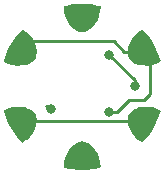
<source format=gbr>
G04 EAGLE Gerber RS-274X export*
G75*
%MOMM*%
%FSLAX34Y34*%
%LPD*%
%INBottom Copper*%
%IPPOS*%
%AMOC8*
5,1,8,0,0,1.08239X$1,22.5*%
G01*
%ADD10C,2.184400*%
%ADD11C,0.800100*%
%ADD12C,0.254000*%

G36*
X3062Y-70944D02*
X3062Y-70944D01*
X3099Y-70946D01*
X9133Y-70312D01*
X9160Y-70304D01*
X9198Y-70302D01*
X15132Y-69040D01*
X15154Y-69031D01*
X15178Y-69029D01*
X15257Y-68989D01*
X15340Y-68956D01*
X15357Y-68940D01*
X15378Y-68929D01*
X15411Y-68895D01*
X15413Y-68893D01*
X15422Y-68883D01*
X15439Y-68864D01*
X15505Y-68804D01*
X15516Y-68783D01*
X15532Y-68765D01*
X15548Y-68727D01*
X15555Y-68719D01*
X15568Y-68681D01*
X15607Y-68604D01*
X15610Y-68581D01*
X15619Y-68559D01*
X15622Y-68521D01*
X15627Y-68506D01*
X15626Y-68467D01*
X15630Y-68411D01*
X15633Y-68381D01*
X15632Y-68377D01*
X15632Y-68372D01*
X15345Y-64613D01*
X15334Y-64573D01*
X15329Y-64515D01*
X14457Y-60848D01*
X14440Y-60810D01*
X14426Y-60753D01*
X12991Y-57268D01*
X12969Y-57233D01*
X12946Y-57179D01*
X10983Y-53961D01*
X10956Y-53930D01*
X10925Y-53880D01*
X8483Y-51009D01*
X8445Y-50978D01*
X8389Y-50919D01*
X6603Y-49533D01*
X6578Y-49520D01*
X6574Y-49515D01*
X6563Y-49510D01*
X6535Y-49487D01*
X4583Y-48346D01*
X4550Y-48334D01*
X4509Y-48309D01*
X2426Y-47432D01*
X2391Y-47425D01*
X2347Y-47405D01*
X168Y-46808D01*
X92Y-46802D01*
X19Y-46786D01*
X-24Y-46791D01*
X-56Y-46788D01*
X-100Y-46800D01*
X-168Y-46808D01*
X-2347Y-47405D01*
X-2379Y-47421D01*
X-2426Y-47432D01*
X-4509Y-48309D01*
X-4539Y-48328D01*
X-4583Y-48346D01*
X-6535Y-49487D01*
X-6561Y-49510D01*
X-6603Y-49533D01*
X-8389Y-50919D01*
X-8422Y-50956D01*
X-8483Y-51009D01*
X-10925Y-53880D01*
X-10946Y-53916D01*
X-10983Y-53961D01*
X-12946Y-57179D01*
X-12961Y-57217D01*
X-12991Y-57268D01*
X-14426Y-60753D01*
X-14435Y-60794D01*
X-14457Y-60848D01*
X-15329Y-64515D01*
X-15331Y-64556D01*
X-15345Y-64613D01*
X-15632Y-68372D01*
X-15630Y-68395D01*
X-15634Y-68419D01*
X-15622Y-68490D01*
X-15620Y-68543D01*
X-15613Y-68560D01*
X-15610Y-68595D01*
X-15599Y-68616D01*
X-15595Y-68640D01*
X-15550Y-68716D01*
X-15550Y-68717D01*
X-15536Y-68751D01*
X-15529Y-68758D01*
X-15511Y-68796D01*
X-15493Y-68813D01*
X-15481Y-68833D01*
X-15413Y-68889D01*
X-15391Y-68910D01*
X-15384Y-68917D01*
X-15382Y-68918D01*
X-15348Y-68950D01*
X-15326Y-68960D01*
X-15307Y-68975D01*
X-15170Y-69026D01*
X-15141Y-69038D01*
X-15137Y-69039D01*
X-15132Y-69040D01*
X-9198Y-70302D01*
X-9169Y-70303D01*
X-9133Y-70312D01*
X-3099Y-70946D01*
X-3071Y-70944D01*
X-3033Y-70950D01*
X3033Y-70950D01*
X3062Y-70944D01*
G37*
G36*
X-51160Y17469D02*
X-51160Y17469D01*
X-51120Y17477D01*
X-51061Y17479D01*
X-47354Y18158D01*
X-47307Y18175D01*
X-47228Y18194D01*
X-45135Y19048D01*
X-45105Y19067D01*
X-45061Y19084D01*
X-43097Y20204D01*
X-43070Y20226D01*
X-43028Y20249D01*
X-41227Y21615D01*
X-41203Y21641D01*
X-41165Y21670D01*
X-39558Y23259D01*
X-39514Y23321D01*
X-39464Y23377D01*
X-39451Y23407D01*
X-39446Y23414D01*
X-39443Y23422D01*
X-39429Y23443D01*
X-39417Y23487D01*
X-39390Y23549D01*
X-38817Y25736D01*
X-38814Y25771D01*
X-38801Y25817D01*
X-38519Y28060D01*
X-38521Y28095D01*
X-38514Y28142D01*
X-38526Y30402D01*
X-38533Y30437D01*
X-38532Y30485D01*
X-38839Y32724D01*
X-38855Y32771D01*
X-38870Y32851D01*
X-40136Y36402D01*
X-40157Y36437D01*
X-40177Y36492D01*
X-41982Y39801D01*
X-42008Y39833D01*
X-42037Y39885D01*
X-44337Y42870D01*
X-44368Y42898D01*
X-44404Y42944D01*
X-47144Y45533D01*
X-47178Y45555D01*
X-47221Y45595D01*
X-50332Y47724D01*
X-50354Y47734D01*
X-50372Y47749D01*
X-50455Y47779D01*
X-50470Y47786D01*
X-50486Y47794D01*
X-50489Y47794D01*
X-50537Y47816D01*
X-50561Y47817D01*
X-50583Y47825D01*
X-50672Y47825D01*
X-50761Y47831D01*
X-50783Y47824D01*
X-50807Y47824D01*
X-50891Y47792D01*
X-50976Y47767D01*
X-50995Y47752D01*
X-51017Y47744D01*
X-51093Y47682D01*
X-51116Y47668D01*
X-51129Y47651D01*
X-51131Y47650D01*
X-51155Y47632D01*
X-51157Y47628D01*
X-51162Y47625D01*
X-55221Y43117D01*
X-55236Y43092D01*
X-55263Y43065D01*
X-58828Y38157D01*
X-58841Y38131D01*
X-58864Y38102D01*
X-61898Y32848D01*
X-61907Y32821D01*
X-61928Y32789D01*
X-64395Y27247D01*
X-64402Y27219D01*
X-64419Y27185D01*
X-66293Y21416D01*
X-66297Y21392D01*
X-66306Y21370D01*
X-66312Y21282D01*
X-66324Y21193D01*
X-66319Y21170D01*
X-66320Y21146D01*
X-66295Y21061D01*
X-66275Y20974D01*
X-66262Y20954D01*
X-66255Y20932D01*
X-66202Y20861D01*
X-66153Y20786D01*
X-66134Y20772D01*
X-66120Y20753D01*
X-65997Y20670D01*
X-65973Y20652D01*
X-65969Y20651D01*
X-65965Y20648D01*
X-62566Y19018D01*
X-62526Y19007D01*
X-62473Y18982D01*
X-58861Y17904D01*
X-58820Y17899D01*
X-58764Y17883D01*
X-55028Y17383D01*
X-54987Y17385D01*
X-54928Y17378D01*
X-51160Y17469D01*
G37*
G36*
X54969Y17384D02*
X54969Y17384D01*
X55028Y17383D01*
X58764Y17883D01*
X58803Y17896D01*
X58861Y17904D01*
X62473Y18982D01*
X62510Y19001D01*
X62566Y19018D01*
X65965Y20648D01*
X65984Y20662D01*
X66006Y20670D01*
X66074Y20727D01*
X66146Y20779D01*
X66160Y20799D01*
X66178Y20814D01*
X66222Y20891D01*
X66271Y20965D01*
X66277Y20989D01*
X66289Y21009D01*
X66303Y21097D01*
X66323Y21184D01*
X66321Y21207D01*
X66324Y21231D01*
X66300Y21377D01*
X66296Y21406D01*
X66294Y21410D01*
X66293Y21416D01*
X64419Y27185D01*
X64405Y27211D01*
X64395Y27247D01*
X61928Y32789D01*
X61911Y32813D01*
X61898Y32848D01*
X58864Y38102D01*
X58846Y38124D01*
X58828Y38157D01*
X55263Y43065D01*
X55242Y43085D01*
X55221Y43117D01*
X51162Y47625D01*
X51143Y47639D01*
X51129Y47659D01*
X51099Y47679D01*
X51087Y47691D01*
X51054Y47709D01*
X50984Y47762D01*
X50962Y47769D01*
X50942Y47783D01*
X50855Y47803D01*
X50770Y47830D01*
X50746Y47828D01*
X50723Y47834D01*
X50635Y47823D01*
X50546Y47818D01*
X50524Y47809D01*
X50501Y47806D01*
X50453Y47782D01*
X50450Y47782D01*
X50444Y47778D01*
X50368Y47741D01*
X50340Y47729D01*
X50337Y47726D01*
X50332Y47724D01*
X47221Y45595D01*
X47192Y45566D01*
X47144Y45533D01*
X44404Y42944D01*
X44380Y42911D01*
X44337Y42870D01*
X42037Y39885D01*
X42018Y39848D01*
X41982Y39801D01*
X40177Y36492D01*
X40164Y36453D01*
X40136Y36402D01*
X38870Y32851D01*
X38862Y32802D01*
X38839Y32724D01*
X38532Y30485D01*
X38534Y30450D01*
X38526Y30402D01*
X38514Y28142D01*
X38520Y28107D01*
X38519Y28060D01*
X38801Y25817D01*
X38812Y25783D01*
X38817Y25736D01*
X39390Y23549D01*
X39422Y23481D01*
X39445Y23409D01*
X39463Y23385D01*
X39465Y23382D01*
X39471Y23375D01*
X39485Y23346D01*
X39517Y23314D01*
X39558Y23259D01*
X41165Y21670D01*
X41194Y21650D01*
X41227Y21615D01*
X43028Y20249D01*
X43060Y20233D01*
X43097Y20204D01*
X45061Y19084D01*
X45094Y19072D01*
X45135Y19048D01*
X47228Y18194D01*
X47277Y18184D01*
X47354Y18158D01*
X51061Y17479D01*
X51102Y17479D01*
X51160Y17469D01*
X54928Y17378D01*
X54969Y17384D01*
G37*
G36*
X50783Y-47824D02*
X50783Y-47824D01*
X50807Y-47824D01*
X50891Y-47792D01*
X50976Y-47767D01*
X50995Y-47752D01*
X51017Y-47744D01*
X51131Y-47650D01*
X51155Y-47632D01*
X51157Y-47628D01*
X51162Y-47625D01*
X55221Y-43117D01*
X55236Y-43092D01*
X55263Y-43065D01*
X58828Y-38157D01*
X58841Y-38131D01*
X58864Y-38102D01*
X61898Y-32848D01*
X61907Y-32821D01*
X61928Y-32789D01*
X64395Y-27247D01*
X64402Y-27219D01*
X64419Y-27185D01*
X66293Y-21416D01*
X66297Y-21392D01*
X66306Y-21370D01*
X66312Y-21282D01*
X66324Y-21193D01*
X66319Y-21170D01*
X66320Y-21146D01*
X66295Y-21061D01*
X66275Y-20974D01*
X66262Y-20954D01*
X66255Y-20932D01*
X66202Y-20861D01*
X66153Y-20786D01*
X66134Y-20772D01*
X66120Y-20753D01*
X65997Y-20670D01*
X65973Y-20652D01*
X65969Y-20651D01*
X65965Y-20648D01*
X62566Y-19018D01*
X62526Y-19007D01*
X62473Y-18982D01*
X58861Y-17904D01*
X58820Y-17899D01*
X58764Y-17883D01*
X55028Y-17383D01*
X54987Y-17385D01*
X54928Y-17378D01*
X51160Y-17469D01*
X51120Y-17477D01*
X51061Y-17479D01*
X47354Y-18158D01*
X47307Y-18175D01*
X47228Y-18194D01*
X45135Y-19048D01*
X45105Y-19067D01*
X45061Y-19084D01*
X43097Y-20204D01*
X43070Y-20226D01*
X43028Y-20249D01*
X41227Y-21615D01*
X41203Y-21641D01*
X41165Y-21670D01*
X39558Y-23259D01*
X39514Y-23321D01*
X39464Y-23377D01*
X39447Y-23416D01*
X39429Y-23443D01*
X39417Y-23487D01*
X39390Y-23549D01*
X38817Y-25736D01*
X38814Y-25771D01*
X38801Y-25817D01*
X38519Y-28060D01*
X38521Y-28095D01*
X38514Y-28142D01*
X38526Y-30402D01*
X38533Y-30437D01*
X38532Y-30485D01*
X38839Y-32724D01*
X38843Y-32737D01*
X38844Y-32743D01*
X38853Y-32767D01*
X38855Y-32771D01*
X38870Y-32851D01*
X40136Y-36402D01*
X40157Y-36437D01*
X40177Y-36492D01*
X41982Y-39801D01*
X42008Y-39833D01*
X42037Y-39885D01*
X44337Y-42870D01*
X44368Y-42898D01*
X44404Y-42944D01*
X47144Y-45533D01*
X47178Y-45555D01*
X47221Y-45595D01*
X50332Y-47724D01*
X50354Y-47734D01*
X50372Y-47749D01*
X50455Y-47779D01*
X50537Y-47816D01*
X50561Y-47817D01*
X50583Y-47825D01*
X50672Y-47825D01*
X50761Y-47831D01*
X50783Y-47824D01*
G37*
G36*
X-50635Y-47823D02*
X-50635Y-47823D01*
X-50546Y-47818D01*
X-50524Y-47809D01*
X-50501Y-47806D01*
X-50368Y-47741D01*
X-50340Y-47729D01*
X-50337Y-47726D01*
X-50332Y-47724D01*
X-47221Y-45595D01*
X-47192Y-45566D01*
X-47144Y-45533D01*
X-44404Y-42944D01*
X-44380Y-42911D01*
X-44337Y-42870D01*
X-42037Y-39885D01*
X-42018Y-39848D01*
X-41982Y-39801D01*
X-40177Y-36492D01*
X-40164Y-36453D01*
X-40136Y-36402D01*
X-38870Y-32851D01*
X-38862Y-32802D01*
X-38839Y-32724D01*
X-38532Y-30485D01*
X-38534Y-30450D01*
X-38526Y-30402D01*
X-38514Y-28142D01*
X-38520Y-28107D01*
X-38519Y-28060D01*
X-38801Y-25817D01*
X-38812Y-25783D01*
X-38817Y-25736D01*
X-39390Y-23549D01*
X-39422Y-23481D01*
X-39445Y-23409D01*
X-39471Y-23375D01*
X-39485Y-23346D01*
X-39517Y-23314D01*
X-39558Y-23259D01*
X-41165Y-21670D01*
X-41194Y-21650D01*
X-41227Y-21615D01*
X-43028Y-20249D01*
X-43060Y-20233D01*
X-43097Y-20204D01*
X-45061Y-19084D01*
X-45094Y-19072D01*
X-45135Y-19048D01*
X-47228Y-18194D01*
X-47277Y-18184D01*
X-47354Y-18158D01*
X-51061Y-17479D01*
X-51102Y-17479D01*
X-51160Y-17469D01*
X-54928Y-17378D01*
X-54969Y-17384D01*
X-55028Y-17383D01*
X-58764Y-17883D01*
X-58803Y-17896D01*
X-58861Y-17904D01*
X-62473Y-18982D01*
X-62510Y-19001D01*
X-62566Y-19018D01*
X-65965Y-20648D01*
X-65984Y-20662D01*
X-66006Y-20670D01*
X-66074Y-20727D01*
X-66146Y-20779D01*
X-66160Y-20799D01*
X-66178Y-20814D01*
X-66222Y-20891D01*
X-66271Y-20965D01*
X-66277Y-20989D01*
X-66289Y-21009D01*
X-66303Y-21097D01*
X-66323Y-21184D01*
X-66321Y-21207D01*
X-66324Y-21231D01*
X-66300Y-21377D01*
X-66296Y-21406D01*
X-66294Y-21410D01*
X-66293Y-21416D01*
X-64419Y-27185D01*
X-64405Y-27211D01*
X-64395Y-27247D01*
X-61928Y-32789D01*
X-61911Y-32813D01*
X-61898Y-32848D01*
X-58864Y-38102D01*
X-58846Y-38124D01*
X-58828Y-38157D01*
X-55263Y-43065D01*
X-55242Y-43085D01*
X-55221Y-43117D01*
X-51162Y-47625D01*
X-51143Y-47639D01*
X-51129Y-47659D01*
X-51055Y-47708D01*
X-50984Y-47762D01*
X-50962Y-47769D01*
X-50942Y-47783D01*
X-50855Y-47803D01*
X-50770Y-47830D01*
X-50746Y-47828D01*
X-50723Y-47834D01*
X-50635Y-47823D01*
G37*
G36*
X24Y45521D02*
X24Y45521D01*
X56Y45518D01*
X100Y45530D01*
X168Y45538D01*
X2347Y46135D01*
X2379Y46151D01*
X2426Y46162D01*
X4509Y47039D01*
X4539Y47058D01*
X4583Y47076D01*
X6535Y48217D01*
X6561Y48240D01*
X6603Y48263D01*
X8389Y49649D01*
X8422Y49686D01*
X8483Y49739D01*
X10925Y52610D01*
X10946Y52646D01*
X10983Y52691D01*
X12946Y55909D01*
X12961Y55947D01*
X12991Y55998D01*
X14426Y59483D01*
X14435Y59524D01*
X14457Y59578D01*
X15329Y63245D01*
X15331Y63286D01*
X15345Y63343D01*
X15632Y67102D01*
X15630Y67125D01*
X15634Y67149D01*
X15619Y67236D01*
X15610Y67325D01*
X15599Y67346D01*
X15595Y67370D01*
X15550Y67446D01*
X15511Y67526D01*
X15493Y67543D01*
X15481Y67563D01*
X15413Y67619D01*
X15348Y67680D01*
X15326Y67690D01*
X15307Y67705D01*
X15170Y67756D01*
X15141Y67768D01*
X15137Y67769D01*
X15132Y67770D01*
X9198Y69032D01*
X9169Y69033D01*
X9133Y69042D01*
X3099Y69676D01*
X3071Y69674D01*
X3033Y69680D01*
X-3033Y69680D01*
X-3062Y69674D01*
X-3099Y69676D01*
X-9133Y69042D01*
X-9160Y69034D01*
X-9198Y69032D01*
X-15132Y67770D01*
X-15154Y67761D01*
X-15178Y67759D01*
X-15257Y67719D01*
X-15340Y67686D01*
X-15357Y67670D01*
X-15378Y67659D01*
X-15439Y67594D01*
X-15505Y67534D01*
X-15516Y67513D01*
X-15532Y67495D01*
X-15566Y67413D01*
X-15607Y67334D01*
X-15610Y67311D01*
X-15619Y67289D01*
X-15630Y67141D01*
X-15633Y67111D01*
X-15632Y67107D01*
X-15632Y67102D01*
X-15345Y63343D01*
X-15334Y63303D01*
X-15329Y63245D01*
X-14457Y59578D01*
X-14440Y59540D01*
X-14426Y59483D01*
X-12991Y55998D01*
X-12969Y55963D01*
X-12946Y55909D01*
X-10983Y52691D01*
X-10956Y52660D01*
X-10925Y52610D01*
X-8483Y49739D01*
X-8445Y49708D01*
X-8389Y49649D01*
X-6603Y48263D01*
X-6572Y48247D01*
X-6535Y48217D01*
X-4583Y47076D01*
X-4550Y47064D01*
X-4509Y47039D01*
X-2426Y46162D01*
X-2391Y46155D01*
X-2347Y46135D01*
X-168Y45538D01*
X-92Y45532D01*
X-19Y45516D01*
X24Y45521D01*
G37*
D10*
X49530Y-29210D03*
X-49530Y-29210D03*
X-49530Y29210D03*
X49530Y29210D03*
X0Y-58420D03*
X0Y57150D03*
D11*
X-26670Y-19050D03*
D12*
X-27940Y-19050D01*
X-30480Y-16510D01*
D11*
X22860Y26670D03*
D12*
X44450Y5080D01*
X44450Y0D01*
D11*
X44450Y0D03*
D12*
X49530Y-29210D02*
X-49530Y-29210D01*
X-49530Y29210D02*
X-40640Y38100D01*
X26670Y38100D01*
X35560Y29210D01*
X49530Y29210D01*
D11*
X22860Y-21590D03*
D12*
X29210Y-21590D01*
X39370Y-11430D01*
X52070Y-11430D01*
X57150Y-6350D01*
X57150Y21590D01*
X49530Y29210D01*
M02*

</source>
